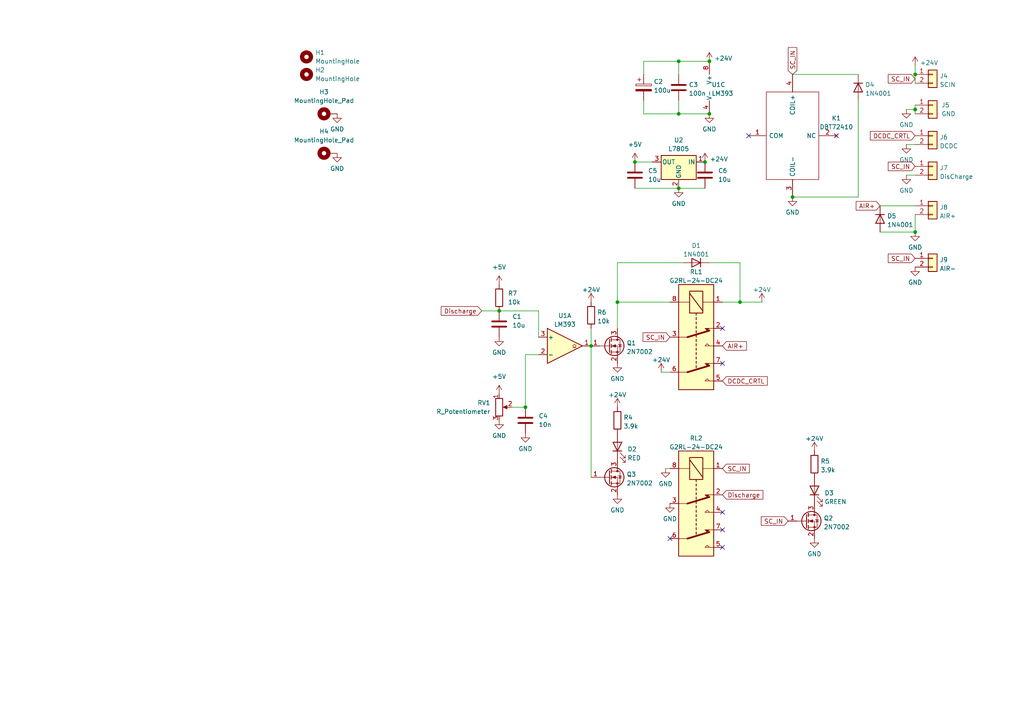
<source format=kicad_sch>
(kicad_sch (version 20231120) (generator "eeschema") (generator_version "8.0")
  (paper "A4")
  (lib_symbols
    (symbol "Comparator:LM393" (pin_names (offset 0.127))
      (property "Reference" "U" (at 3.81 3.81 0))
      (property "Value" "LM393" (at 6.35 -3.81 0))
      (symbol "LM393_1_1"
        (polyline (pts (xy -5.08 5.08) (xy 5.08 0) (xy -5.08 -5.08) (xy -5.08 5.08)) (stroke (width 0.254)) (fill (type background)))
        (polyline (pts (xy 3.302 -0.508) (xy 2.794 -0.508) (xy 3.302 0) (xy 2.794 0.508) (xy 2.286 0) (xy 2.794 -0.508) (xy 2.286 -0.508)) (stroke (width 0.127)))
        (pin open_collector line (at 7.62 0 180) (length 2.54) (name "~") (number "1"))
        (pin input line (at -7.62 -2.54 0) (length 2.54) (name "-") (number "2"))
        (pin input line (at -7.62 2.54 0) (length 2.54) (name "+") (number "3"))
      )
      (symbol "LM393_2_1"
        (polyline (pts (xy -5.08 5.08) (xy 5.08 0) (xy -5.08 -5.08) (xy -5.08 5.08)) (stroke (width 0.254)) (fill (type background)))
        (polyline (pts (xy 3.302 -0.508) (xy 2.794 -0.508) (xy 3.302 0) (xy 2.794 0.508) (xy 2.286 0) (xy 2.794 -0.508) (xy 2.286 -0.508)) (stroke (width 0.127)))
        (pin input line (at -7.62 2.54 0) (length 2.54) (name "+") (number "5"))
        (pin input line (at -7.62 -2.54 0) (length 2.54) (name "-") (number "6"))
        (pin open_collector line (at 7.62 0 180) (length 2.54) (name "~") (number "7"))
      )
      (symbol "LM393_3_1"
        (pin power_in line (at -2.54 -7.62 90) (length 3.81) (name "V-") (number "4"))
        (pin power_in line (at -2.54 7.62 270) (length 3.81) (name "V+") (number "8"))
      )
    )
    (symbol "Connector_Generic:Conn_01x02" (pin_names (offset 1.016) hide)
      (property "Reference" "J" (at 0 2.54 0))
      (property "Value" "Conn_01x02" (at 0 -5.08 0))
      (symbol "Conn_01x02_1_1"
        (rectangle (start -1.27 -2.413) (end 0 -2.667) (stroke (width 0.1524)))
        (rectangle (start -1.27 0.127) (end 0 -0.127) (stroke (width 0.1524)))
        (rectangle (start -1.27 1.27) (end 1.27 -3.81) (stroke (width 0.254)) (fill (type background)))
        (pin passive line (at -5.08 0 0) (length 3.81) (name "Pin_1") (number "1"))
        (pin passive line (at -5.08 -2.54 0) (length 3.81) (name "Pin_2") (number "2"))
      )
    )
    (symbol "Device:C" (pin_numbers hide) (pin_names (offset 0.254))
      (property "Reference" "C" (at 0.635 2.54 0))
      (property "Value" "C" (at 0.635 -2.54 0))
      (symbol "C_0_1"
        (polyline (pts (xy -2.032 -0.762) (xy 2.032 -0.762)) (stroke (width 0.508)))
        (polyline (pts (xy -2.032 0.762) (xy 2.032 0.762)) (stroke (width 0.508)))
      )
      (symbol "C_1_1"
        (pin passive line (at 0 3.81 270) (length 2.794) (name "~") (number "1"))
        (pin passive line (at 0 -3.81 90) (length 2.794) (name "~") (number "2"))
      )
    )
    (symbol "Device:C_Polarized" (pin_numbers hide) (pin_names (offset 0.254))
      (property "Reference" "C" (at 0.635 2.54 0))
      (property "Value" "C_Polarized" (at 0.635 -2.54 0))
      (symbol "C_Polarized_0_1"
        (rectangle (start -2.286 0.508) (end 2.286 1.016))
        (polyline (pts (xy -1.778 2.286) (xy -0.762 2.286)))
        (polyline (pts (xy -1.27 2.794) (xy -1.27 1.778)))
        (rectangle (start 2.286 -0.508) (end -2.286 -1.016) (fill (type outline)))
      )
      (symbol "C_Polarized_1_1"
        (pin passive line (at 0 3.81 270) (length 2.794) (name "~") (number "1"))
        (pin passive line (at 0 -3.81 90) (length 2.794) (name "~") (number "2"))
      )
    )
    (symbol "Device:D" (pin_numbers hide) (pin_names (offset 1.016) hide)
      (property "Reference" "D" (at 0 2.54 0))
      (property "Value" "D" (at 0 -2.54 0))
      (symbol "D_0_1"
        (polyline (pts (xy -1.27 1.27) (xy -1.27 -1.27)) (stroke (width 0.254)))
        (polyline (pts (xy 1.27 0) (xy -1.27 0)))
        (polyline (pts (xy 1.27 1.27) (xy 1.27 -1.27) (xy -1.27 0) (xy 1.27 1.27)) (stroke (width 0.254)))
      )
      (symbol "D_1_1"
        (pin passive line (at -3.81 0 0) (length 2.54) (name "K") (number "1"))
        (pin passive line (at 3.81 0 180) (length 2.54) (name "A") (number "2"))
      )
    )
    (symbol "Device:LED" (pin_numbers hide) (pin_names (offset 1.016) hide)
      (property "Reference" "D" (at 0 2.54 0))
      (property "Value" "LED" (at 0 -2.54 0))
      (symbol "LED_0_1"
        (polyline (pts (xy -1.27 -1.27) (xy -1.27 1.27)) (stroke (width 0.254)))
        (polyline (pts (xy -1.27 0) (xy 1.27 0)))
        (polyline (pts (xy 1.27 -1.27) (xy 1.27 1.27) (xy -1.27 0) (xy 1.27 -1.27)) (stroke (width 0.254)))
        (polyline (pts (xy -3.048 -0.762) (xy -4.572 -2.286) (xy -3.81 -2.286) (xy -4.572 -2.286) (xy -4.572 -1.524)))
        (polyline (pts (xy -1.778 -0.762) (xy -3.302 -2.286) (xy -2.54 -2.286) (xy -3.302 -2.286) (xy -3.302 -1.524)))
      )
      (symbol "LED_1_1"
        (pin passive line (at -3.81 0 0) (length 2.54) (name "K") (number "1"))
        (pin passive line (at 3.81 0 180) (length 2.54) (name "A") (number "2"))
      )
    )
    (symbol "Device:R" (pin_numbers hide) (pin_names (offset 0))
      (property "Reference" "R" (at 2.032 0 90))
      (property "Value" "R" (at 0 0 90))
      (symbol "R_0_1"
        (rectangle (start -1.016 -2.54) (end 1.016 2.54) (stroke (width 0.254)))
      )
      (symbol "R_1_1"
        (pin passive line (at 0 3.81 270) (length 1.27) (name "~") (number "1"))
        (pin passive line (at 0 -3.81 90) (length 1.27) (name "~") (number "2"))
      )
    )
    (symbol "Device:R_Potentiometer" (pin_names (offset 1.016) hide)
      (property "Reference" "RV" (at -4.445 0 90))
      (property "Value" "R_Potentiometer" (at -2.54 0 90))
      (symbol "R_Potentiometer_0_1"
        (polyline (pts (xy 2.54 0) (xy 1.524 0)))
        (polyline (pts (xy 1.143 0) (xy 2.286 0.508) (xy 2.286 -0.508) (xy 1.143 0)) (fill (type outline)))
        (rectangle (start 1.016 2.54) (end -1.016 -2.54) (stroke (width 0.254)))
      )
      (symbol "R_Potentiometer_1_1"
        (pin passive line (at 0 3.81 270) (length 1.27) (name "1") (number "1"))
        (pin passive line (at 3.81 0 180) (length 1.27) (name "2") (number "2"))
        (pin passive line (at 0 -3.81 90) (length 1.27) (name "3") (number "3"))
      )
    )
    (symbol "Mechanical:MountingHole" (pin_names (offset 1.016))
      (property "Reference" "H" (at 0 5.08 0))
      (property "Value" "MountingHole" (at 0 3.175 0))
      (symbol "MountingHole_0_1"
        (circle (center 0 0) (radius 1.27) (stroke (width 1.27)))
      )
    )
    (symbol "Mechanical:MountingHole_Pad" (pin_numbers hide) (pin_names (offset 1.016) hide)
      (property "Reference" "H" (at 0 6.35 0))
      (property "Value" "MountingHole_Pad" (at 0 4.445 0))
      (symbol "MountingHole_Pad_0_1"
        (circle (center 0 1.27) (radius 1.27) (stroke (width 1.27)))
      )
      (symbol "MountingHole_Pad_1_1"
        (pin input line (at 0 -2.54 90) (length 2.54) (name "1") (number "1"))
      )
    )
    (symbol "Regulator_Linear:L7805" (pin_names (offset 0.254))
      (property "Reference" "U" (at -3.81 3.175 0))
      (property "Value" "L7805" (at 0 3.175 0))
      (symbol "L7805_0_1"
        (rectangle (start -5.08 1.905) (end 5.08 -5.08) (stroke (width 0.254)) (fill (type background)))
      )
      (symbol "L7805_1_1"
        (pin power_in line (at -7.62 0 0) (length 2.54) (name "IN") (number "1"))
        (pin power_in line (at 0 -7.62 90) (length 2.54) (name "GND") (number "2"))
        (pin power_out line (at 7.62 0 180) (length 2.54) (name "OUT") (number "3"))
      )
    )
    (symbol "Relay:G2RL-24-DC24"
      (property "Reference" "RL" (at 16.51 3.81 0))
      (property "Value" "G2RL-24-DC24" (at 16.51 1.27 0))
      (symbol "G2RL-24-DC24_0_1"
        (rectangle (start -15.24 5.08) (end 15.24 -5.08) (stroke (width 0.254)) (fill (type background)))
        (rectangle (start -13.335 1.905) (end -6.985 -1.905) (stroke (width 0.254)))
        (polyline (pts (xy -12.7 -1.905) (xy -7.62 1.905)) (stroke (width 0.254)))
        (polyline (pts (xy -10.16 -5.08) (xy -10.16 -1.905)))
        (polyline (pts (xy -10.16 5.08) (xy -10.16 1.905)))
        (polyline (pts (xy -6.985 0) (xy -6.35 0)) (stroke (width 0.254)))
        (polyline (pts (xy -5.715 0) (xy -5.08 0)) (stroke (width 0.254)))
        (polyline (pts (xy -4.445 0) (xy -3.81 0)) (stroke (width 0.254)))
        (polyline (pts (xy -3.175 0) (xy -2.54 0)) (stroke (width 0.254)))
        (polyline (pts (xy -1.905 0) (xy -1.27 0)) (stroke (width 0.254)))
        (polyline (pts (xy -0.635 0) (xy 0 0)) (stroke (width 0.254)))
        (polyline (pts (xy 0 -2.54) (xy -1.905 3.81)) (stroke (width 0.508)))
        (polyline (pts (xy 0 -2.54) (xy 0 -5.08)))
        (polyline (pts (xy 0.635 0) (xy 1.27 0)) (stroke (width 0.254)))
        (polyline (pts (xy 1.905 0) (xy 2.54 0)) (stroke (width 0.254)))
        (polyline (pts (xy 3.175 0) (xy 3.81 0)) (stroke (width 0.254)))
        (polyline (pts (xy 4.445 0) (xy 5.08 0)) (stroke (width 0.254)))
        (polyline (pts (xy 5.715 0) (xy 6.35 0)) (stroke (width 0.254)))
        (polyline (pts (xy 6.985 0) (xy 7.62 0)) (stroke (width 0.254)))
        (polyline (pts (xy 8.255 0) (xy 8.89 0)) (stroke (width 0.254)))
        (polyline (pts (xy 10.16 -2.54) (xy 8.255 3.81)) (stroke (width 0.508)))
        (polyline (pts (xy 10.16 -2.54) (xy 10.16 -5.08)))
        (polyline (pts (xy -2.54 5.08) (xy -2.54 2.54) (xy -1.905 3.175) (xy -2.54 3.81)) (fill (type outline)))
        (polyline (pts (xy 2.54 5.08) (xy 2.54 2.54) (xy 1.905 3.175) (xy 2.54 3.81)))
        (polyline (pts (xy 7.62 5.08) (xy 7.62 2.54) (xy 8.255 3.175) (xy 7.62 3.81)) (fill (type outline)))
        (polyline (pts (xy 12.7 5.08) (xy 12.7 2.54) (xy 12.065 3.175) (xy 12.7 3.81)))
      )
      (symbol "G2RL-24-DC24_1_1"
        (pin passive line (at -10.16 7.62 270) (length 2.54) (name "~") (number "1"))
        (pin passive line (at -2.54 7.62 270) (length 2.54) (name "~") (number "2"))
        (pin passive line (at 0 -7.62 90) (length 2.54) (name "~") (number "3"))
        (pin passive line (at 2.54 7.62 270) (length 2.54) (name "~") (number "4"))
        (pin passive line (at 12.7 7.62 270) (length 2.54) (name "~") (number "5"))
        (pin passive line (at 10.16 -7.62 90) (length 2.54) (name "~") (number "6"))
        (pin passive line (at 7.62 7.62 270) (length 2.54) (name "~") (number "7"))
        (pin passive line (at -10.16 -7.62 90) (length 2.54) (name "~") (number "8"))
      )
    )
    (symbol "SamacSys_Parts:DBT72410" (pin_names (offset 0.762))
      (property "Reference" "K" (at 21.59 17.78 0))
      (property "Value" "DBT72410" (at 21.59 15.24 0))
      (symbol "DBT72410_0_0"
        (pin passive line (at 0 0 0) (length 5.08) (name "COM") (number "1"))
        (pin no_connect line (at 25.4 0 180) (length 5.08) (name "NC") (number "2"))
        (pin passive line (at 12.7 -17.78 90) (length 5.08) (name "COIL-") (number "3"))
        (pin passive line (at 12.7 17.78 270) (length 5.08) (name "COIL+") (number "4"))
      )
      (symbol "DBT72410_0_1"
        (polyline (pts (xy 5.08 12.7) (xy 20.32 12.7) (xy 20.32 -12.7) (xy 5.08 -12.7) (xy 5.08 12.7)) (stroke (width 0.1524)))
      )
    )
    (symbol "Transistor_FET:2N7002" (pin_names hide)
      (property "Reference" "Q" (at 5.08 1.905 0))
      (property "Value" "2N7002" (at 5.08 0 0))
      (symbol "2N7002_0_1"
        (polyline (pts (xy 0.254 0) (xy -2.54 0)))
        (polyline (pts (xy 0.254 1.905) (xy 0.254 -1.905)) (stroke (width 0.254)))
        (polyline (pts (xy 0.762 -1.27) (xy 0.762 -2.286)) (stroke (width 0.254)))
        (polyline (pts (xy 0.762 0.508) (xy 0.762 -0.508)) (stroke (width 0.254)))
        (polyline (pts (xy 0.762 2.286) (xy 0.762 1.27)) (stroke (width 0.254)))
        (polyline (pts (xy 2.54 2.54) (xy 2.54 1.778)))
        (polyline (pts (xy 2.54 -2.54) (xy 2.54 0) (xy 0.762 0)))
        (polyline (pts (xy 0.762 -1.778) (xy 3.302 -1.778) (xy 3.302 1.778) (xy 0.762 1.778)))
        (polyline (pts (xy 1.016 0) (xy 2.032 0.381) (xy 2.032 -0.381) (xy 1.016 0)) (fill (type outline)))
        (polyline (pts (xy 2.794 0.508) (xy 2.921 0.381) (xy 3.683 0.381) (xy 3.81 0.254)))
        (polyline (pts (xy 3.302 0.381) (xy 2.921 -0.254) (xy 3.683 -0.254) (xy 3.302 0.381)))
        (circle (center 1.651 0) (radius 2.794) (stroke (width 0.254)))
        (circle (center 2.54 -1.778) (radius 0.254) (fill (type outline)))
        (circle (center 2.54 1.778) (radius 0.254) (fill (type outline)))
      )
      (symbol "2N7002_1_1"
        (pin input line (at -5.08 0 0) (length 2.54) (name "G") (number "1"))
        (pin passive line (at 2.54 -5.08 90) (length 2.54) (name "S") (number "2"))
        (pin passive line (at 2.54 5.08 270) (length 2.54) (name "D") (number "3"))
      )
    )
    (symbol "power:+24V" (power) (pin_names (offset 0))
      (property "Value" "+24V" (at 0 3.556 0))
      (symbol "+24V_0_1"
        (polyline (pts (xy -0.762 1.27) (xy 0 2.54)))
        (polyline (pts (xy 0 0) (xy 0 2.54)))
        (polyline (pts (xy 0 2.54) (xy 0.762 1.27)))
      )
      (symbol "+24V_1_1"
        (pin power_in line (at 0 0 90) (length 0) hide (name "+24V") (number "1"))
      )
    )
    (symbol "power:+5V" (power) (pin_names (offset 0))
      (property "Value" "+5V" (at 0 3.556 0))
      (symbol "+5V_0_1"
        (polyline (pts (xy -0.762 1.27) (xy 0 2.54)))
        (polyline (pts (xy 0 0) (xy 0 2.54)))
        (polyline (pts (xy 0 2.54) (xy 0.762 1.27)))
      )
      (symbol "+5V_1_1"
        (pin power_in line (at 0 0 90) (length 0) hide (name "+5V") (number "1"))
      )
    )
    (symbol "power:GND" (power) (pin_names (offset 0))
      (property "Value" "GND" (at 0 -3.81 0))
      (symbol "GND_0_1"
        (polyline (pts (xy 0 0) (xy 0 -1.27) (xy 1.27 -1.27) (xy 0 -2.54) (xy -1.27 -1.27) (xy 0 -1.27)))
      )
      (symbol "GND_1_1"
        (pin power_in line (at 0 0 270) (length 0) hide (name "GND") (number "1"))
      )
    )
  )
  (junction (at 152.4 118.11))
  (junction (at 144.78 90.17))
  (junction (at 179.07 87.63))
  (junction (at 204.47 46.99))
  (junction (at 196.85 54.61))
  (junction (at 229.87 57.15))
  (junction (at 205.74 33.02))
  (junction (at 196.85 17.78))
  (junction (at 265.43 21.59))
  (junction (at 265.43 31.75))
  (junction (at 184.15 46.99))
  (junction (at 214.63 87.63))
  (junction (at 205.74 17.78))
  (junction (at 265.43 67.31))
  (junction (at 196.85 33.02))
  (junction (at 171.45 100.33))
  (no_connect (at 209.55 95.25))
  (no_connect (at 242.57 39.37))
  (no_connect (at 209.55 148.59))
  (no_connect (at 194.31 156.21))
  (no_connect (at 209.55 158.75))
  (no_connect (at 217.17 39.37))
  (no_connect (at 209.55 153.67))
  (no_connect (at 209.55 105.41))
  (wire (pts (xy 184.15 54.61) (xy 196.85 54.61)))
  (wire (pts (xy 248.92 57.15) (xy 229.87 57.15)))
  (wire (pts (xy 179.07 87.63) (xy 179.07 95.25)))
  (wire (pts (xy 139.7 90.17) (xy 144.78 90.17)))
  (wire (pts (xy 229.87 21.59) (xy 248.92 21.59)))
  (wire (pts (xy 152.4 102.87) (xy 156.21 102.87)))
  (wire (pts (xy 156.21 90.17) (xy 144.78 90.17)))
  (wire (pts (xy 198.12 76.2) (xy 179.07 76.2)))
  (wire (pts (xy 186.69 21.59) (xy 186.69 17.78)))
  (wire (pts (xy 194.31 87.63) (xy 179.07 87.63)))
  (wire (pts (xy 179.07 76.2) (xy 179.07 87.63)))
  (wire (pts (xy 171.45 100.33) (xy 171.45 138.43)))
  (wire (pts (xy 262.89 41.91) (xy 265.43 41.91)))
  (wire (pts (xy 265.43 21.59) (xy 265.43 24.13)))
  (wire (pts (xy 196.85 54.61) (xy 204.47 54.61)))
  (wire (pts (xy 186.69 29.21) (xy 186.69 33.02)))
  (wire (pts (xy 196.85 17.78) (xy 205.74 17.78)))
  (wire (pts (xy 196.85 21.59) (xy 196.85 17.78)))
  (wire (pts (xy 186.69 33.02) (xy 196.85 33.02)))
  (wire (pts (xy 196.85 29.21) (xy 196.85 33.02)))
  (wire (pts (xy 248.92 29.21) (xy 248.92 57.15)))
  (wire (pts (xy 191.77 107.95) (xy 194.31 107.95)))
  (wire (pts (xy 196.85 33.02) (xy 205.74 33.02)))
  (wire (pts (xy 265.43 19.05) (xy 265.43 21.59)))
  (wire (pts (xy 214.63 87.63) (xy 209.55 87.63)))
  (wire (pts (xy 265.43 62.23) (xy 265.43 67.31)))
  (wire (pts (xy 262.89 50.8) (xy 265.43 50.8)))
  (wire (pts (xy 205.74 76.2) (xy 214.63 76.2)))
  (wire (pts (xy 220.98 87.63) (xy 214.63 87.63)))
  (wire (pts (xy 255.27 59.69) (xy 265.43 59.69)))
  (wire (pts (xy 193.04 135.89) (xy 194.31 135.89)))
  (wire (pts (xy 186.69 17.78) (xy 196.85 17.78)))
  (wire (pts (xy 265.43 31.75) (xy 265.43 33.02)))
  (wire (pts (xy 171.45 95.25) (xy 171.45 100.33)))
  (wire (pts (xy 148.59 118.11) (xy 152.4 118.11)))
  (wire (pts (xy 255.27 67.31) (xy 265.43 67.31)))
  (wire (pts (xy 152.4 102.87) (xy 152.4 118.11)))
  (wire (pts (xy 184.15 46.99) (xy 189.23 46.99)))
  (wire (pts (xy 265.43 30.48) (xy 265.43 31.75)))
  (wire (pts (xy 262.89 31.75) (xy 265.43 31.75)))
  (wire (pts (xy 156.21 97.79) (xy 156.21 90.17)))
  (wire (pts (xy 214.63 76.2) (xy 214.63 87.63)))
  (global_label "SC_IN" (shape input) (at 228.6 151.13 180) (property "Intersheetrefs" "${INTERSHEET_REFS}" (effects (hide yes))))
  (global_label "SC_IN" (shape input) (at 265.43 74.93 180) (property "Intersheetrefs" "${INTERSHEET_REFS}" (effects (hide yes))))
  (global_label "SC_IN" (shape input) (at 194.31 97.79 180) (property "Intersheetrefs" "${INTERSHEET_REFS}" (effects (hide yes))))
  (global_label "Discharge" (shape input) (at 139.7 90.17 180) (property "Intersheetrefs" "${INTERSHEET_REFS}" (effects (hide yes))))
  (global_label "SC_IN" (shape input) (at 209.55 135.89 0) (property "Intersheetrefs" "${INTERSHEET_REFS}" (effects (hide yes))))
  (global_label "Discharge" (shape input) (at 209.55 143.51 0) (property "Intersheetrefs" "${INTERSHEET_REFS}" (effects (hide yes))))
  (global_label "DCDC_CRTL" (shape input) (at 209.55 110.49 0) (property "Intersheetrefs" "${INTERSHEET_REFS}" (effects (hide yes))))
  (global_label "SC_IN" (shape input) (at 265.43 22.86 180) (property "Intersheetrefs" "${INTERSHEET_REFS}" (effects (hide yes))))
  (global_label "SC_IN" (shape input) (at 229.87 21.59 90) (property "Intersheetrefs" "${INTERSHEET_REFS}" (effects (hide yes))))
  (global_label "DCDC_CRTL" (shape input) (at 265.43 39.37 180) (property "Intersheetrefs" "${INTERSHEET_REFS}" (effects (hide yes))))
  (global_label "SC_IN" (shape input) (at 265.43 48.26 180) (property "Intersheetrefs" "${INTERSHEET_REFS}" (effects (hide yes))))
  (global_label "AIR+" (shape input) (at 255.27 59.69 180) (property "Intersheetrefs" "${INTERSHEET_REFS}" (effects (hide yes))))
  (global_label "AIR+" (shape input) (at 209.55 100.33 0) (property "Intersheetrefs" "${INTERSHEET_REFS}" (effects (hide yes))))
  (symbol (lib_id "Mechanical:MountingHole_Pad") (at 95.25 44.45 90) (unit 1)
    (property "Reference" "H4" (at 93.98 38.1 90))
    (property "Value" "MountingHole_Pad" (at 93.98 40.64 90))
    (property "Footprint" "MountingHole:MountingHole_4.3mm_M4_DIN965_Pad_TopBottom" (effects (hide yes)))
  )
  (symbol (lib_id "Transistor_FET:2N7002") (at 176.53 138.43 0) (unit 1)
    (property "Reference" "Q3" (at 181.737 137.5953 0) (effects (justify left)))
    (property "Value" "2N7002" (at 181.737 140.1322 0) (effects (justify left)))
    (property "Footprint" "Package_TO_SOT_SMD:SOT-23" (effects (hide yes)))
    (property "Datasheet" "https://www.onsemi.com/pub/Collateral/NDS7002A-D.PDF" (effects (hide yes)))
  )
  (symbol (lib_id "power:GND") (at 262.89 41.91 0) (unit 1)
    (property "Reference" "#PWR0103" (effects (hide yes)))
    (property "Value" "GND" (at 262.89 46.3534 0))
  )
  (symbol (lib_id "Mechanical:MountingHole") (at 88.9 16.51 90) (unit 1)
    (property "Reference" "H1" (at 91.44 15.24 90) (effects (justify right)))
    (property "Value" "MountingHole" (at 91.44 17.78 90) (effects (justify right)))
    (property "Footprint" "MountingHole:MountingHole_4.3mm_M4_DIN965" (effects (hide yes)))
  )
  (symbol (lib_id "power:GND") (at 196.85 54.61 0) (unit 1)
    (property "Reference" "#PWR08" (effects (hide yes)))
    (property "Value" "GND" (at 196.85 59.0534 0))
  )
  (symbol (lib_id "power:GND") (at 152.4 125.73 0) (unit 1)
    (property "Reference" "#PWR02" (effects (hide yes)))
    (property "Value" "GND" (at 152.4 130.1734 0))
  )
  (symbol (lib_id "power:GND") (at 236.22 156.21 0) (unit 1)
    (property "Reference" "#PWR0116" (effects (hide yes)))
    (property "Value" "GND" (at 236.22 160.6534 0))
  )
  (symbol (lib_id "power:GND") (at 97.79 33.02 0) (unit 1)
    (property "Reference" "#PWR05" (effects (hide yes)))
    (property "Value" "GND" (at 97.79 37.4634 0))
  )
  (symbol (lib_id "Device:R") (at 144.78 86.36 0) (unit 1)
    (property "Reference" "R7" (at 147.32 85.09 0) (effects (justify left)))
    (property "Value" "10k" (at 147.32 87.63 0) (effects (justify left)))
    (property "Footprint" "Resistor_SMD:R_0805_2012Metric_Pad1.20x1.40mm_HandSolder" (effects (hide yes)))
  )
  (symbol (lib_id "power:+24V") (at 204.47 46.99 0) (mirror y) (unit 1)
    (property "Reference" "#PWR07" (effects (hide yes)))
    (property "Value" "+24V" (at 205.867 46.1538 0) (effects (justify right)))
  )
  (symbol (lib_id "Mechanical:MountingHole") (at 88.9 21.59 90) (unit 1)
    (property "Reference" "H2" (at 91.44 20.32 90) (effects (justify right)))
    (property "Value" "MountingHole" (at 91.44 22.86 90) (effects (justify right)))
    (property "Footprint" "MountingHole:MountingHole_4.3mm_M4_DIN965" (effects (hide yes)))
  )
  (symbol (lib_id "Device:D") (at 248.92 25.4 90) (mirror x) (unit 1)
    (property "Reference" "D4" (at 250.952 24.5653 90) (effects (justify right)))
    (property "Value" "1N4001" (at 250.952 27.1022 90) (effects (justify right)))
    (property "Footprint" "Diode_SMD:D_SOD-123F" (effects (hide yes)))
  )
  (symbol (lib_id "SamacSys_Parts:DBT72410") (at 217.17 39.37 0) (unit 1)
    (property "Reference" "K1" (at 242.57 34.2931 0))
    (property "Value" "DBT72410" (at 242.57 36.83 0))
    (property "Footprint" "SamacSys_Parts:DBT72410" (effects (hide yes)))
    (property "Datasheet" "https://www.cynergy3.com/sites/default/files/cynergy3-d-pcb-v3.pdf" (effects (hide yes)))
    (property "Description" "SPST-NC Reed Relay, 2 A, 24V dc" (effects (hide yes)))
    (property "Height" "18.5" (effects (hide yes)))
    (property "Manufacturer_Name" "Cynergy3" (effects (hide yes)))
    (property "Manufacturer_Part_Number" "DBT72410" (effects (hide yes)))
  )
  (symbol (lib_id "power:+24V") (at 171.45 87.63 0) (unit 1)
    (property "Reference" "#PWR0119" (effects (hide yes)))
    (property "Value" "+24V" (at 171.45 84.0542 0))
  )
  (symbol (lib_id "Device:C") (at 204.47 50.8 0) (unit 1)
    (property "Reference" "C6" (at 208.28 49.53 0) (effects (justify left)))
    (property "Value" "10u" (at 208.28 52.07 0) (effects (justify left)))
    (property "Footprint" "Capacitor_SMD:C_0805_2012Metric_Pad1.18x1.45mm_HandSolder" (effects (hide yes)))
  )
  (symbol (lib_id "power:+5V") (at 184.15 46.99 0) (unit 1)
    (property "Reference" "#PWR09" (effects (hide yes)))
    (property "Value" "+5V" (at 184.15 41.91 0))
  )
  (symbol (lib_id "Connector_Generic:Conn_01x02") (at 270.51 39.37 0) (unit 1)
    (property "Reference" "J6" (at 272.542 39.8053 0) (effects (justify left)))
    (property "Value" "DCDC" (at 272.542 42.3422 0) (effects (justify left)))
    (property "Footprint" "Connector_JST:JST_XH_B2B-XH-A_1x02_P2.50mm_Vertical" (effects (hide yes)))
  )
  (symbol (lib_id "Comparator:LM393") (at 208.28 25.4 0) (unit 3)
    (property "Reference" "U1" (at 206.375 24.5653 0) (effects (justify left)))
    (property "Value" "LM393" (at 206.375 27.1022 0) (effects (justify left)))
    (property "Footprint" "Package_SO:SOIC-8_3.9x4.9mm_P1.27mm" (effects (hide yes)))
    (property "Datasheet" "http://www.ti.com/lit/ds/symlink/lm393.pdf" (effects (hide yes)))
  )
  (symbol (lib_id "power:+24V") (at 236.22 130.81 0) (unit 1)
    (property "Reference" "#PWR0111" (effects (hide yes)))
    (property "Value" "+24V" (at 236.22 127.2342 0))
  )
  (symbol (lib_id "power:GND") (at 229.87 57.15 0) (unit 1)
    (property "Reference" "#PWR0104" (effects (hide yes)))
    (property "Value" "GND" (at 229.87 61.5934 0))
  )
  (symbol (lib_id "Comparator:LM393") (at 163.83 100.33 0) (unit 1)
    (property "Reference" "U1" (at 163.83 91.5502 0))
    (property "Value" "LM393" (at 163.83 94.0871 0))
    (property "Footprint" "Package_SO:SOIC-8_3.9x4.9mm_P1.27mm" (effects (hide yes)))
    (property "Datasheet" "http://www.ti.com/lit/ds/symlink/lm393.pdf" (effects (hide yes)))
  )
  (symbol (lib_id "Connector_Generic:Conn_01x02") (at 270.51 59.69 0) (unit 1)
    (property "Reference" "J8" (at 272.542 60.1253 0) (effects (justify left)))
    (property "Value" "AIR+" (at 272.542 62.6622 0) (effects (justify left)))
    (property "Footprint" "SamacSys_Parts:DF33C2P33DSA24" (effects (hide yes)))
  )
  (symbol (lib_id "power:GND") (at 205.74 33.02 0) (unit 1)
    (property "Reference" "#PWR0102" (effects (hide yes)))
    (property "Value" "GND" (at 205.74 37.4634 0))
  )
  (symbol (lib_id "power:+24V") (at 205.74 17.78 0) (mirror y) (unit 1)
    (property "Reference" "#PWR0101" (effects (hide yes)))
    (property "Value" "+24V" (at 207.137 16.9438 0) (effects (justify right)))
  )
  (symbol (lib_id "Regulator_Linear:L7805") (at 196.85 46.99 0) (mirror y) (unit 1)
    (property "Reference" "U2" (at 196.85 40.64 0))
    (property "Value" "L7805" (at 196.85 43.18 0))
    (property "Footprint" "Package_TO_SOT_SMD:TO-252-3_TabPin2" (effects (hide yes)))
    (property "Datasheet" "http://www.st.com/content/ccc/resource/technical/document/datasheet/41/4f/b3/b0/12/d4/47/88/CD00000444.pdf/files/CD00000444.pdf/jcr:content/translations/en.CD00000444.pdf" (effects (hide yes)))
  )
  (symbol (lib_id "Device:C") (at 152.4 121.92 0) (unit 1)
    (property "Reference" "C4" (at 156.21 120.65 0) (effects (justify left)))
    (property "Value" "10n" (at 156.21 123.19 0) (effects (justify left)))
    (property "Footprint" "Capacitor_SMD:C_0805_2012Metric_Pad1.18x1.45mm_HandSolder" (effects (hide yes)))
  )
  (symbol (lib_id "Relay:G2RL-24-DC24") (at 201.93 146.05 270) (unit 1)
    (property "Reference" "RL2" (at 201.93 127.1102 90))
    (property "Value" "G2RL-24-DC24" (at 201.93 129.6471 90))
    (property "Footprint" "Relay_THT:Relay_DPDT_Omron_G2RL" (effects (hide yes)))
    (property "Datasheet" "https://omronfs.omron.com/en_US/ecb/products/pdf/en-g2rl.pdf" (effects (hide yes)))
  )
  (symbol (lib_id "Device:D") (at 201.93 76.2 180) (unit 1)
    (property "Reference" "D1" (at 201.93 71.2302 0))
    (property "Value" "1N4001" (at 201.93 73.7671 0))
    (property "Footprint" "Diode_SMD:D_SOD-123F" (effects (hide yes)))
  )
  (symbol (lib_id "power:GND") (at 179.07 143.51 0) (unit 1)
    (property "Reference" "#PWR0112" (effects (hide yes)))
    (property "Value" "GND" (at 179.07 147.9534 0))
  )
  (symbol (lib_id "Connector_Generic:Conn_01x02") (at 270.51 74.93 0) (unit 1)
    (property "Reference" "J9" (at 272.542 75.3653 0) (effects (justify left)))
    (property "Value" "AIR-" (at 272.542 77.9022 0) (effects (justify left)))
    (property "Footprint" "SamacSys_Parts:DF33C2P33DSA24" (effects (hide yes)))
  )
  (symbol (lib_id "power:+24V") (at 191.77 107.95 0) (unit 1)
    (property "Reference" "#PWR04" (effects (hide yes)))
    (property "Value" "+24V" (at 191.77 104.3742 0))
  )
  (symbol (lib_id "Device:LED") (at 179.07 129.54 90) (unit 1)
    (property "Reference" "D2" (at 181.991 130.2928 90) (effects (justify right)))
    (property "Value" "RED" (at 181.991 132.8297 90) (effects (justify right)))
    (property "Footprint" "LED_SMD:LED_0805_2012Metric_Pad1.15x1.40mm_HandSolder" (effects (hide yes)))
  )
  (symbol (lib_id "power:GND") (at 193.04 135.89 0) (unit 1)
    (property "Reference" "#PWR01" (effects (hide yes)))
    (property "Value" "GND" (at 193.04 140.3334 0))
  )
  (symbol (lib_id "Device:R_Potentiometer") (at 144.78 118.11 0) (unit 1)
    (property "Reference" "RV1" (at 142.24 116.84 0) (effects (justify right)))
    (property "Value" "R_Potentiometer" (at 142.24 119.38 0) (effects (justify right)))
    (property "Footprint" "Potentiometer_THT:Potentiometer_Bourns_3299W_Vertical" (effects (hide yes)))
  )
  (symbol (lib_id "power:+24V") (at 179.07 118.11 0) (unit 1)
    (property "Reference" "#PWR0115" (effects (hide yes)))
    (property "Value" "+24V" (at 179.07 114.5342 0))
  )
  (symbol (lib_id "power:GND") (at 97.79 44.45 0) (unit 1)
    (property "Reference" "#PWR06" (effects (hide yes)))
    (property "Value" "GND" (at 97.79 48.8934 0))
  )
  (symbol (lib_id "power:GND") (at 144.78 121.92 0) (unit 1)
    (property "Reference" "#PWR0110" (effects (hide yes)))
    (property "Value" "GND" (at 144.78 126.3634 0))
  )
  (symbol (lib_id "power:+5V") (at 144.78 82.55 0) (unit 1)
    (property "Reference" "#PWR010" (effects (hide yes)))
    (property "Value" "+5V" (at 144.78 77.47 0))
  )
  (symbol (lib_id "Relay:G2RL-24-DC24") (at 201.93 97.79 270) (unit 1)
    (property "Reference" "RL1" (at 201.93 78.8502 90))
    (property "Value" "G2RL-24-DC24" (at 201.93 81.3871 90))
    (property "Footprint" "Relay_THT:Relay_DPDT_Omron_G2RL" (effects (hide yes)))
    (property "Datasheet" "https://omronfs.omron.com/en_US/ecb/products/pdf/en-g2rl.pdf" (effects (hide yes)))
  )
  (symbol (lib_id "Device:D") (at 255.27 63.5 90) (mirror x) (unit 1)
    (property "Reference" "D5" (at 257.302 62.6653 90) (effects (justify right)))
    (property "Value" "1N4001" (at 257.302 65.2022 90) (effects (justify right)))
    (property "Footprint" "Diode_SMD:D_SOD-123F" (effects (hide yes)))
  )
  (symbol (lib_id "Transistor_FET:2N7002") (at 176.53 100.33 0) (unit 1)
    (property "Reference" "Q1" (at 181.737 99.4953 0) (effects (justify left)))
    (property "Value" "2N7002" (at 181.737 102.0322 0) (effects (justify left)))
    (property "Footprint" "Package_TO_SOT_SMD:SOT-23" (effects (hide yes)))
    (property "Datasheet" "https://www.onsemi.com/pub/Collateral/NDS7002A-D.PDF" (effects (hide yes)))
  )
  (symbol (lib_id "Mechanical:MountingHole_Pad") (at 95.25 33.02 90) (unit 1)
    (property "Reference" "H3" (at 93.98 26.67 90))
    (property "Value" "MountingHole_Pad" (at 93.98 29.21 90))
    (property "Footprint" "MountingHole:MountingHole_4.3mm_M4_DIN965_Pad_TopBottom" (effects (hide yes)))
  )
  (symbol (lib_id "Device:C") (at 196.85 25.4 0) (unit 1)
    (property "Reference" "C3" (at 199.771 24.5653 0) (effects (justify left)))
    (property "Value" "100n" (at 199.771 27.1022 0) (effects (justify left)))
    (property "Footprint" "Capacitor_SMD:C_0805_2012Metric_Pad1.18x1.45mm_HandSolder" (effects (hide yes)))
  )
  (symbol (lib_id "power:GND") (at 194.31 146.05 0) (unit 1)
    (property "Reference" "#PWR03" (effects (hide yes)))
    (property "Value" "GND" (at 194.31 150.4934 0))
  )
  (symbol (lib_id "power:GND") (at 262.89 50.8 0) (unit 1)
    (property "Reference" "#PWR0107" (effects (hide yes)))
    (property "Value" "GND" (at 262.89 55.2434 0))
  )
  (symbol (lib_id "power:GND") (at 144.78 97.79 0) (unit 1)
    (property "Reference" "#PWR0118" (effects (hide yes)))
    (property "Value" "GND" (at 144.78 102.2334 0))
  )
  (symbol (lib_id "Connector_Generic:Conn_01x02") (at 270.51 48.26 0) (unit 1)
    (property "Reference" "J7" (at 272.542 48.6953 0) (effects (justify left)))
    (property "Value" "DisCharge" (at 272.542 51.2322 0) (effects (justify left)))
    (property "Footprint" "Connector_JST:JST_XH_B2B-XH-A_1x02_P2.50mm_Vertical" (effects (hide yes)))
  )
  (symbol (lib_id "Device:C") (at 144.78 93.98 0) (unit 1)
    (property "Reference" "C1" (at 148.59 91.821 0) (effects (justify left)))
    (property "Value" "10u" (at 148.59 94.361 0) (effects (justify left)))
    (property "Footprint" "Capacitor_SMD:C_0805_2012Metric_Pad1.18x1.45mm_HandSolder" (effects (hide yes)))
  )
  (symbol (lib_id "power:GND") (at 265.43 77.47 0) (unit 1)
    (property "Reference" "#PWR0109" (effects (hide yes)))
    (property "Value" "GND" (at 265.43 81.9134 0))
  )
  (symbol (lib_id "power:+24V") (at 220.98 87.63 0) (unit 1)
    (property "Reference" "#PWR0114" (effects (hide yes)))
    (property "Value" "+24V" (at 220.98 84.0542 0))
  )
  (symbol (lib_id "Device:R") (at 179.07 121.92 0) (unit 1)
    (property "Reference" "R4" (at 180.848 121.0853 0) (effects (justify left)))
    (property "Value" "3.9k" (at 180.848 123.6222 0) (effects (justify left)))
    (property "Footprint" "Resistor_SMD:R_0805_2012Metric_Pad1.20x1.40mm_HandSolder" (effects (hide yes)))
  )
  (symbol (lib_id "power:+5V") (at 144.78 114.3 0) (unit 1)
    (property "Reference" "#PWR011" (effects (hide yes)))
    (property "Value" "+5V" (at 144.78 109.22 0))
  )
  (symbol (lib_id "Device:C") (at 184.15 50.8 0) (unit 1)
    (property "Reference" "C5" (at 187.96 49.53 0) (effects (justify left)))
    (property "Value" "10u" (at 187.96 52.07 0) (effects (justify left)))
    (property "Footprint" "Capacitor_SMD:C_0805_2012Metric_Pad1.18x1.45mm_HandSolder" (effects (hide yes)))
  )
  (symbol (lib_id "Connector_Generic:Conn_01x02") (at 270.51 21.59 0) (unit 1)
    (property "Reference" "J4" (at 272.542 22.0253 0) (effects (justify left)))
    (property "Value" "SCIN" (at 272.542 24.5622 0) (effects (justify left)))
    (property "Footprint" "Connector_JST:JST_XH_B2B-XH-A_1x02_P2.50mm_Vertical" (effects (hide yes)))
  )
  (symbol (lib_id "power:GND") (at 262.89 31.75 0) (unit 1)
    (property "Reference" "#PWR0106" (effects (hide yes)))
    (property "Value" "GND" (at 262.89 36.1934 0))
  )
  (symbol (lib_id "Device:C_Polarized") (at 186.69 25.4 0) (unit 1)
    (property "Reference" "C2" (at 189.611 23.6763 0) (effects (justify left)))
    (property "Value" "100u" (at 189.611 26.2132 0) (effects (justify left)))
    (property "Footprint" "Capacitor_SMD:CP_Elec_10x10" (effects (hide yes)))
  )
  (symbol (lib_id "Device:LED") (at 236.22 142.24 90) (unit 1)
    (property "Reference" "D3" (at 239.141 142.9928 90) (effects (justify right)))
    (property "Value" "GREEN" (at 239.141 145.5297 90) (effects (justify right)))
    (property "Footprint" "LED_SMD:LED_0805_2012Metric_Pad1.15x1.40mm_HandSolder" (effects (hide yes)))
  )
  (symbol (lib_id "power:GND") (at 179.07 105.41 0) (unit 1)
    (property "Reference" "#PWR0113" (effects (hide yes)))
    (property "Value" "GND" (at 179.07 109.8534 0))
  )
  (symbol (lib_id "Device:R") (at 236.22 134.62 0) (unit 1)
    (property "Reference" "R5" (at 237.998 133.7853 0) (effects (justify left)))
    (property "Value" "3.9k" (at 237.998 136.3222 0) (effects (justify left)))
    (property "Footprint" "Resistor_SMD:R_0805_2012Metric_Pad1.20x1.40mm_HandSolder" (effects (hide yes)))
  )
  (symbol (lib_id "Connector_Generic:Conn_01x02") (at 270.51 30.48 0) (unit 1)
    (property "Reference" "J5" (at 273.05 30.48 0) (effects (justify left)))
    (property "Value" "GND" (at 273.05 33.02 0) (effects (justify left)))
    (property "Footprint" "Connector_JST:JST_XH_B2B-XH-A_1x02_P2.50mm_Vertical" (effects (hide yes)))
  )
  (symbol (lib_id "Transistor_FET:2N7002") (at 233.68 151.13 0) (unit 1)
    (property "Reference" "Q2" (at 238.887 150.2953 0) (effects (justify left)))
    (property "Value" "2N7002" (at 238.887 152.8322 0) (effects (justify left)))
    (property "Footprint" "Package_TO_SOT_SMD:SOT-23" (effects (hide yes)))
    (property "Datasheet" "https://www.onsemi.com/pub/Collateral/NDS7002A-D.PDF" (effects (hide yes)))
  )
  (symbol (lib_id "power:+24V") (at 265.43 19.05 0) (mirror y) (unit 1)
    (property "Reference" "#PWR012" (effects (hide yes)))
    (property "Value" "+24V" (at 266.827 18.2138 0) (effects (justify right)))
  )
  (symbol (lib_id "Device:R") (at 171.45 91.44 0) (unit 1)
    (property "Reference" "R6" (at 173.228 90.6053 0) (effects (justify left)))
    (property "Value" "10k" (at 173.228 93.1422 0) (effects (justify left)))
    (property "Footprint" "Resistor_SMD:R_0805_2012Metric_Pad1.20x1.40mm_HandSolder" (effects (hide yes)))
  )
  (symbol (lib_id "power:GND") (at 265.43 67.31 0) (unit 1)
    (property "Reference" "#PWR0108" (effects (hide yes)))
    (property "Value" "GND" (at 265.43 71.7534 0))
  )
)
</source>
